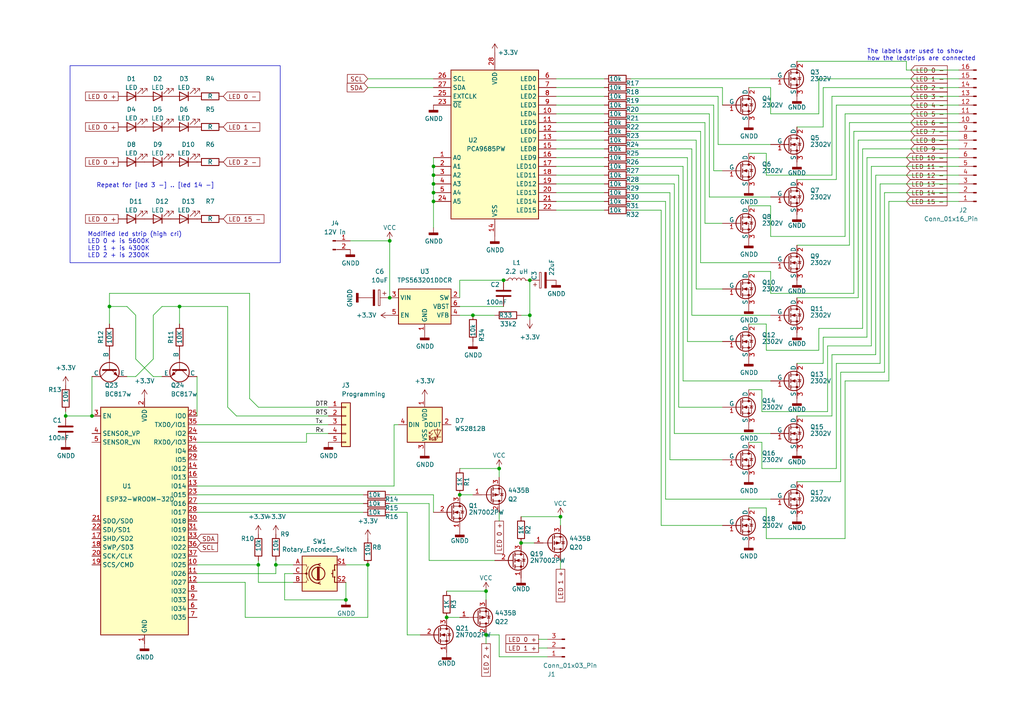
<source format=kicad_sch>
(kicad_sch (version 20230121) (generator eeschema)
  (paper "A4")
  (title_block (rev "2") (comment 4 "PCB version using the wroom board"))
  (junction (at 133.35 143.51))
  (junction (at 162.56 149.86))
  (junction (at 125.73 58.42))
  (junction (at 129.54 179.07))
  (junction (at 52.07 88.9))
  (junction (at 137.16 91.44))
  (junction (at 80.01 163.83))
  (junction (at 113.03 86.36))
  (junction (at 100.33 173.99))
  (junction (at 125.73 48.26))
  (junction (at 144.78 135.89))
  (junction (at 31.75 88.9))
  (junction (at 140.97 171.45))
  (junction (at 74.93 163.83))
  (junction (at 113.03 69.85))
  (junction (at 125.73 50.8))
  (junction (at 146.05 81.28))
  (junction (at 26.67 120.65))
  (junction (at 125.73 55.88))
  (junction (at 125.73 53.34))
  (junction (at 140.97 184.15))
  (junction (at 19.05 120.65))
  (junction (at 151.13 157.48))
  (junction (at 153.67 91.44))
  (junction (at 106.68 163.83))
  (junction (at 153.67 81.28))
  (wire (pts (xy 72.39 85.09) (xy 72.39 115.57)))
  (wire (pts (xy 255.27 53.34) (xy 278.13 53.34)))
  (wire (pts (xy 217.17 44.45) (xy 222.25 44.45)))
  (wire (pts (xy 125.73 53.34) (xy 125.73 55.88)))
  (wire (pts (xy 200.66 91.44) (xy 223.52 91.44)))
  (wire (pts (xy 220.98 128.27) (xy 220.98 135.89)))
  (wire (pts (xy 217.17 59.69) (xy 223.52 59.69)))
  (wire (pts (xy 237.49 101.6) (xy 237.49 95.25)))
  (wire (pts (xy 52.07 93.98) (xy 52.07 88.9)))
  (wire (pts (xy 247.65 38.1) (xy 278.13 38.1)))
  (wire (pts (xy 57.15 143.51) (xy 105.41 143.51)))
  (wire (pts (xy 194.31 55.88) (xy 194.31 133.35)))
  (wire (pts (xy 262.89 20.32) (xy 278.13 20.32)))
  (wire (pts (xy 133.35 91.44) (xy 137.16 91.44)))
  (wire (pts (xy 198.12 48.26) (xy 198.12 110.49)))
  (wire (pts (xy 113.03 148.59) (xy 118.11 148.59)))
  (wire (pts (xy 205.74 33.02) (xy 205.74 57.15)))
  (wire (pts (xy 156.21 187.96) (xy 158.75 187.96)))
  (wire (pts (xy 182.88 25.4) (xy 209.55 25.4)))
  (wire (pts (xy 238.76 105.41) (xy 238.76 97.79)))
  (wire (pts (xy 161.29 38.1) (xy 175.26 38.1)))
  (wire (pts (xy 100.33 163.83) (xy 106.68 163.83)))
  (wire (pts (xy 182.88 45.72) (xy 199.39 45.72)))
  (wire (pts (xy 257.81 58.42) (xy 257.81 110.49)))
  (wire (pts (xy 154.94 157.48) (xy 151.13 157.48)))
  (wire (pts (xy 161.29 53.34) (xy 175.26 53.34)))
  (wire (pts (xy 74.93 163.83) (xy 74.93 168.91)))
  (wire (pts (xy 245.11 110.49) (xy 257.81 110.49)))
  (wire (pts (xy 80.01 162.56) (xy 80.01 163.83)))
  (wire (pts (xy 144.78 148.59) (xy 144.78 151.13)))
  (wire (pts (xy 113.03 69.85) (xy 113.03 86.36)))
  (wire (pts (xy 222.25 156.21) (xy 245.11 156.21)))
  (wire (pts (xy 161.29 55.88) (xy 175.26 55.88)))
  (wire (pts (xy 182.88 22.86) (xy 223.52 22.86)))
  (wire (pts (xy 217.17 93.98) (xy 222.25 93.98)))
  (wire (pts (xy 231.14 71.12) (xy 246.38 71.12)))
  (wire (pts (xy 254 50.8) (xy 278.13 50.8)))
  (wire (pts (xy 162.56 152.4) (xy 162.56 149.86)))
  (wire (pts (xy 133.35 88.9) (xy 146.05 88.9)))
  (wire (pts (xy 199.39 45.72) (xy 199.39 99.06)))
  (wire (pts (xy 161.29 35.56) (xy 175.26 35.56)))
  (wire (pts (xy 182.88 58.42) (xy 193.04 58.42)))
  (wire (pts (xy 207.01 30.48) (xy 207.01 49.53)))
  (wire (pts (xy 114.3 123.19) (xy 114.3 140.97)))
  (wire (pts (xy 137.16 91.44) (xy 143.51 91.44)))
  (wire (pts (xy 44.45 91.44) (xy 44.45 104.14)))
  (wire (pts (xy 256.54 55.88) (xy 278.13 55.88)))
  (wire (pts (xy 161.29 25.4) (xy 175.26 25.4)))
  (wire (pts (xy 82.55 166.37) (xy 82.55 173.99)))
  (wire (pts (xy 223.52 85.09) (xy 247.65 85.09)))
  (wire (pts (xy 242.57 52.07) (xy 242.57 30.48)))
  (wire (pts (xy 196.85 118.11) (xy 209.55 118.11)))
  (wire (pts (xy 220.98 135.89) (xy 242.57 135.89)))
  (wire (pts (xy 248.92 40.64) (xy 278.13 40.64)))
  (wire (pts (xy 241.3 50.8) (xy 241.3 27.94)))
  (wire (pts (xy 52.07 88.9) (xy 66.04 88.9)))
  (wire (pts (xy 220.98 119.38) (xy 240.03 119.38)))
  (wire (pts (xy 66.04 88.9) (xy 66.04 118.11)))
  (wire (pts (xy 193.04 144.78) (xy 223.52 144.78)))
  (wire (pts (xy 222.25 44.45) (xy 222.25 50.8)))
  (wire (pts (xy 238.76 97.79) (xy 251.46 97.79)))
  (wire (pts (xy 26.67 109.22) (xy 26.67 120.65)))
  (wire (pts (xy 71.12 179.07) (xy 106.68 179.07)))
  (wire (pts (xy 182.88 43.18) (xy 200.66 43.18)))
  (wire (pts (xy 191.77 152.4) (xy 209.55 152.4)))
  (wire (pts (xy 114.3 140.97) (xy 57.15 140.97)))
  (wire (pts (xy 156.21 185.42) (xy 158.75 185.42)))
  (wire (pts (xy 204.47 35.56) (xy 204.47 64.77)))
  (wire (pts (xy 161.29 45.72) (xy 175.26 45.72)))
  (wire (pts (xy 106.68 22.86) (xy 125.73 22.86)))
  (wire (pts (xy 223.52 33.02) (xy 237.49 33.02)))
  (wire (pts (xy 100.33 168.91) (xy 100.33 173.99)))
  (wire (pts (xy 262.89 20.32) (xy 262.89 17.78)))
  (wire (pts (xy 140.97 173.99) (xy 140.97 171.45)))
  (wire (pts (xy 217.17 128.27) (xy 220.98 128.27)))
  (wire (pts (xy 252.73 48.26) (xy 278.13 48.26)))
  (wire (pts (xy 101.6 69.85) (xy 113.03 69.85)))
  (wire (pts (xy 238.76 25.4) (xy 278.13 25.4)))
  (wire (pts (xy 241.3 102.87) (xy 254 102.87)))
  (wire (pts (xy 217.17 113.03) (xy 220.98 113.03)))
  (wire (pts (xy 191.77 60.96) (xy 191.77 152.4)))
  (wire (pts (xy 144.78 190.5) (xy 158.75 190.5)))
  (wire (pts (xy 220.98 113.03) (xy 220.98 119.38)))
  (wire (pts (xy 36.83 109.22) (xy 39.37 109.22)))
  (wire (pts (xy 57.15 146.05) (xy 105.41 146.05)))
  (wire (pts (xy 203.2 76.2) (xy 223.52 76.2)))
  (wire (pts (xy 182.88 50.8) (xy 196.85 50.8)))
  (wire (pts (xy 231.14 105.41) (xy 238.76 105.41)))
  (wire (pts (xy 129.54 171.45) (xy 140.97 171.45)))
  (wire (pts (xy 106.68 25.4) (xy 125.73 25.4)))
  (wire (pts (xy 133.35 179.07) (xy 129.54 179.07)))
  (wire (pts (xy 125.73 45.72) (xy 125.73 48.26)))
  (wire (pts (xy 57.15 109.22) (xy 57.15 120.65)))
  (wire (pts (xy 71.12 168.91) (xy 71.12 179.07)))
  (wire (pts (xy 237.49 95.25) (xy 250.19 95.25)))
  (wire (pts (xy 209.55 25.4) (xy 209.55 30.48)))
  (wire (pts (xy 208.28 27.94) (xy 208.28 41.91)))
  (wire (pts (xy 39.37 91.44) (xy 36.83 88.9)))
  (wire (pts (xy 241.3 120.65) (xy 241.3 102.87)))
  (wire (pts (xy 194.31 133.35) (xy 209.55 133.35)))
  (wire (pts (xy 140.97 184.15) (xy 144.78 184.15)))
  (wire (pts (xy 222.25 93.98) (xy 222.25 101.6)))
  (wire (pts (xy 201.93 83.82) (xy 209.55 83.82)))
  (wire (pts (xy 223.52 25.4) (xy 223.52 33.02)))
  (wire (pts (xy 255.27 53.34) (xy 255.27 105.41)))
  (wire (pts (xy 44.45 91.44) (xy 46.99 88.9)))
  (wire (pts (xy 205.74 57.15) (xy 223.52 57.15)))
  (wire (pts (xy 118.11 148.59) (xy 118.11 184.15)))
  (wire (pts (xy 251.46 45.72) (xy 278.13 45.72)))
  (wire (pts (xy 161.29 48.26) (xy 175.26 48.26)))
  (wire (pts (xy 182.88 53.34) (xy 195.58 53.34)))
  (wire (pts (xy 182.88 55.88) (xy 194.31 55.88)))
  (wire (pts (xy 31.75 85.09) (xy 72.39 85.09)))
  (wire (pts (xy 72.39 115.57) (xy 74.93 118.11)))
  (wire (pts (xy 161.29 27.94) (xy 175.26 27.94)))
  (wire (pts (xy 66.04 118.11) (xy 68.58 120.65)))
  (wire (pts (xy 250.19 43.18) (xy 250.19 95.25)))
  (wire (pts (xy 118.11 184.15) (xy 121.92 184.15)))
  (wire (pts (xy 161.29 40.64) (xy 175.26 40.64)))
  (wire (pts (xy 106.68 179.07) (xy 106.68 163.83)))
  (wire (pts (xy 162.56 162.56) (xy 162.56 165.1)))
  (wire (pts (xy 254 50.8) (xy 254 102.87)))
  (wire (pts (xy 74.93 162.56) (xy 74.93 163.83)))
  (wire (pts (xy 257.81 58.42) (xy 278.13 58.42)))
  (wire (pts (xy 151.13 91.44) (xy 153.67 91.44)))
  (wire (pts (xy 231.14 36.83) (xy 238.76 36.83)))
  (wire (pts (xy 31.75 93.98) (xy 31.75 88.9)))
  (wire (pts (xy 182.88 48.26) (xy 198.12 48.26)))
  (wire (pts (xy 251.46 45.72) (xy 251.46 97.79)))
  (wire (pts (xy 19.05 119.38) (xy 19.05 120.65)))
  (wire (pts (xy 161.29 58.42) (xy 175.26 58.42)))
  (wire (pts (xy 182.88 38.1) (xy 203.2 38.1)))
  (wire (pts (xy 200.66 43.18) (xy 200.66 91.44)))
  (wire (pts (xy 19.05 120.65) (xy 26.67 120.65)))
  (wire (pts (xy 246.38 35.56) (xy 278.13 35.56)))
  (wire (pts (xy 125.73 143.51) (xy 125.73 148.59)))
  (wire (pts (xy 153.67 81.28) (xy 153.67 91.44)))
  (wire (pts (xy 137.16 143.51) (xy 133.35 143.51)))
  (wire (pts (xy 125.73 48.26) (xy 125.73 50.8)))
  (wire (pts (xy 125.73 50.8) (xy 125.73 53.34)))
  (wire (pts (xy 247.65 85.09) (xy 247.65 38.1)))
  (wire (pts (xy 217.17 25.4) (xy 223.52 25.4)))
  (wire (pts (xy 240.03 119.38) (xy 240.03 100.33)))
  (wire (pts (xy 57.15 123.19) (xy 95.25 123.19)))
  (wire (pts (xy 231.14 52.07) (xy 242.57 52.07)))
  (wire (pts (xy 80.01 166.37) (xy 80.01 163.83)))
  (wire (pts (xy 201.93 40.64) (xy 201.93 83.82)))
  (wire (pts (xy 195.58 53.34) (xy 195.58 125.73)))
  (wire (pts (xy 57.15 128.27) (xy 88.9 128.27)))
  (wire (pts (xy 204.47 64.77) (xy 209.55 64.77)))
  (wire (pts (xy 231.14 120.65) (xy 241.3 120.65)))
  (wire (pts (xy 193.04 58.42) (xy 193.04 144.78)))
  (wire (pts (xy 196.85 50.8) (xy 196.85 118.11)))
  (wire (pts (xy 240.03 100.33) (xy 252.73 100.33)))
  (wire (pts (xy 85.09 166.37) (xy 82.55 166.37)))
  (wire (pts (xy 144.78 184.15) (xy 144.78 190.5)))
  (wire (pts (xy 140.97 184.15) (xy 140.97 186.69)))
  (wire (pts (xy 151.13 149.86) (xy 162.56 149.86)))
  (wire (pts (xy 242.57 135.89) (xy 242.57 105.41)))
  (wire (pts (xy 182.88 35.56) (xy 204.47 35.56)))
  (wire (pts (xy 124.46 146.05) (xy 124.46 162.56)))
  (wire (pts (xy 245.11 156.21) (xy 245.11 110.49)))
  (wire (pts (xy 46.99 88.9) (xy 52.07 88.9)))
  (wire (pts (xy 182.88 30.48) (xy 207.01 30.48)))
  (wire (pts (xy 217.17 147.32) (xy 222.25 147.32)))
  (wire (pts (xy 161.29 30.48) (xy 175.26 30.48)))
  (wire (pts (xy 114.3 123.19) (xy 115.57 123.19)))
  (wire (pts (xy 256.54 55.88) (xy 256.54 107.95)))
  (wire (pts (xy 245.11 68.58) (xy 245.11 33.02)))
  (wire (pts (xy 125.73 58.42) (xy 125.73 66.04)))
  (wire (pts (xy 248.92 86.36) (xy 231.14 86.36)))
  (wire (pts (xy 161.29 50.8) (xy 175.26 50.8)))
  (wire (pts (xy 222.25 147.32) (xy 222.25 156.21)))
  (wire (pts (xy 113.03 143.51) (xy 125.73 143.51)))
  (wire (pts (xy 223.52 68.58) (xy 245.11 68.58)))
  (wire (pts (xy 238.76 36.83) (xy 238.76 25.4)))
  (wire (pts (xy 262.89 17.78) (xy 231.14 17.78)))
  (wire (pts (xy 217.17 78.74) (xy 223.52 78.74)))
  (wire (pts (xy 208.28 41.91) (xy 223.52 41.91)))
  (wire (pts (xy 153.67 92.71) (xy 153.67 91.44)))
  (wire (pts (xy 113.03 146.05) (xy 124.46 146.05)))
  (wire (pts (xy 133.35 81.28) (xy 146.05 81.28)))
  (wire (pts (xy 246.38 71.12) (xy 246.38 35.56)))
  (wire (pts (xy 57.15 148.59) (xy 105.41 148.59)))
  (wire (pts (xy 74.93 118.11) (xy 95.25 118.11)))
  (wire (pts (xy 133.35 135.89) (xy 144.78 135.89)))
  (wire (pts (xy 222.25 101.6) (xy 237.49 101.6)))
  (wire (pts (xy 57.15 166.37) (xy 80.01 166.37)))
  (wire (pts (xy 133.35 86.36) (xy 133.35 81.28)))
  (wire (pts (xy 44.45 109.22) (xy 46.99 109.22)))
  (wire (pts (xy 88.9 128.27) (xy 88.9 125.73)))
  (wire (pts (xy 198.12 110.49) (xy 223.52 110.49)))
  (wire (pts (xy 199.39 99.06) (xy 209.55 99.06)))
  (wire (pts (xy 250.19 43.18) (xy 278.13 43.18)))
  (wire (pts (xy 161.29 60.96) (xy 175.26 60.96)))
  (wire (pts (xy 243.84 139.7) (xy 243.84 107.95)))
  (wire (pts (xy 68.58 120.65) (xy 95.25 120.65)))
  (wire (pts (xy 82.55 173.99) (xy 100.33 173.99)))
  (wire (pts (xy 252.73 48.26) (xy 252.73 100.33)))
  (wire (pts (xy 125.73 55.88) (xy 125.73 58.42)))
  (wire (pts (xy 242.57 30.48) (xy 278.13 30.48)))
  (wire (pts (xy 248.92 40.64) (xy 248.92 86.36)))
  (wire (pts (xy 222.25 50.8) (xy 241.3 50.8)))
  (wire (pts (xy 39.37 91.44) (xy 39.37 104.14)))
  (wire (pts (xy 80.01 163.83) (xy 85.09 163.83)))
  (wire (pts (xy 182.88 27.94) (xy 208.28 27.94)))
  (wire (pts (xy 182.88 33.02) (xy 205.74 33.02)))
  (wire (pts (xy 44.45 109.22) (xy 39.37 104.14)))
  (wire (pts (xy 161.29 22.86) (xy 175.26 22.86)))
  (wire (pts (xy 161.29 43.18) (xy 175.26 43.18)))
  (wire (pts (xy 57.15 163.83) (xy 74.93 163.83)))
  (wire (pts (xy 245.11 33.02) (xy 278.13 33.02)))
  (wire (pts (xy 182.88 60.96) (xy 191.77 60.96)))
  (wire (pts (xy 39.37 109.22) (xy 44.45 104.14)))
  (wire (pts (xy 57.15 168.91) (xy 71.12 168.91)))
  (wire (pts (xy 237.49 33.02) (xy 237.49 22.86)))
  (wire (pts (xy 74.93 168.91) (xy 85.09 168.91)))
  (wire (pts (xy 223.52 78.74) (xy 223.52 85.09)))
  (wire (pts (xy 88.9 125.73) (xy 95.25 125.73)))
  (wire (pts (xy 237.49 22.86) (xy 278.13 22.86)))
  (wire (pts (xy 195.58 125.73) (xy 223.52 125.73)))
  (wire (pts (xy 161.29 33.02) (xy 175.26 33.02)))
  (wire (pts (xy 207.01 49.53) (xy 209.55 49.53)))
  (wire (pts (xy 242.57 105.41) (xy 255.27 105.41)))
  (wire (pts (xy 231.14 139.7) (xy 243.84 139.7)))
  (wire (pts (xy 124.46 162.56) (xy 143.51 162.56)))
  (wire (pts (xy 182.88 40.64) (xy 201.93 40.64)))
  (wire (pts (xy 31.75 88.9) (xy 31.75 85.09)))
  (wire (pts (xy 241.3 27.94) (xy 278.13 27.94)))
  (wire (pts (xy 144.78 138.43) (xy 144.78 135.89)))
  (wire (pts (xy 203.2 38.1) (xy 203.2 76.2)))
  (wire (pts (xy 243.84 107.95) (xy 256.54 107.95)))
  (wire (pts (xy 31.75 88.9) (xy 36.83 88.9)))
  (wire (pts (xy 223.52 59.69) (xy 223.52 68.58)))
  (rectangle (start 20.32 19.05) (end 81.28 76.2))
  (text "Repeat for [led 3 -] .. [led 14 -]" (at 27.94 54.61 0) (effects (font (size 1.27 1.27)) (justify left bottom)))
  (text "Modified led strip (high cri)\nLED 0 + is 5600K\nLED 1 + is 4300K\nLED 2 + is 2300K" (at 25.4 74.93 0) (effects (font (size 1.27 1.27)) (justify left bottom)))
  (text "The labels are used to show\nhow the ledstrips are connected" (at 251.46 17.78 0) (effects (font (size 1.27 1.27)) (justify left bottom)))
  (label "RTS" (at 91.44 120.65 0))
  (label "DTR" (at 91.44 118.11 0))
  (label "Rx" (at 91.44 125.73 0))
  (label "Tx" (at 91.44 123.19 0))
  (global_label "LED 2 -" (shape input) (at 64.77 46.99 0) (property "Intersheetrefs" "${INTERSHEET_REFS}" (effects hide)))
  (global_label "LED 0 -" (shape input) (at 264.16 20.32 0) (property "Intersheetrefs" "${INTERSHEET_REFS}" (effects hide)))
  (global_label "LED 6 -" (shape input) (at 264.16 35.56 0) (property "Intersheetrefs" "${INTERSHEET_REFS}" (effects hide)))
  (global_label "LED 0 +" (shape passive) (at 156.21 185.42 180) (property "Intersheetrefs" "${INTERSHEET_REFS}" (effects hide)))
  (global_label "LED 2 +" (shape passive) (at 140.97 186.69 270) (property "Intersheetrefs" "${INTERSHEET_REFS}" (effects hide)))
  (global_label "LED 11 -" (shape input) (at 262.89 48.26 0) (property "Intersheetrefs" "${INTERSHEET_REFS}" (effects hide)))
  (global_label "LED 14 -" (shape input) (at 262.89 55.88 0) (property "Intersheetrefs" "${INTERSHEET_REFS}" (effects hide)))
  (global_label "LED 12 -" (shape input) (at 262.89 50.8 0) (property "Intersheetrefs" "${INTERSHEET_REFS}" (effects hide)))
  (global_label "LED 0 +" (shape passive) (at 34.29 63.5 180) (property "Intersheetrefs" "${INTERSHEET_REFS}" (effects hide)))
  (global_label "LED 1 -" (shape input) (at 64.77 36.83 0) (property "Intersheetrefs" "${INTERSHEET_REFS}" (effects hide)))
  (global_label "LED 15 -" (shape input) (at 262.89 58.42 0) (property "Intersheetrefs" "${INTERSHEET_REFS}" (effects hide)))
  (global_label "LED 5 -" (shape input) (at 264.16 33.02 0) (property "Intersheetrefs" "${INTERSHEET_REFS}" (effects hide)))
  (global_label "SCL" (shape input) (at 106.68 22.86 180) (property "Intersheetrefs" "${INTERSHEET_REFS}" (effects hide)))
  (global_label "SCL" (shape input) (at 57.15 158.75 0) (property "Intersheetrefs" "${INTERSHEET_REFS}" (effects hide)))
  (global_label "LED 8 -" (shape input) (at 264.16 40.64 0) (property "Intersheetrefs" "${INTERSHEET_REFS}" (effects hide)))
  (global_label "LED 3 -" (shape input) (at 264.16 27.94 0) (property "Intersheetrefs" "${INTERSHEET_REFS}" (effects hide)))
  (global_label "SDA" (shape input) (at 57.15 156.21 0) (property "Intersheetrefs" "${INTERSHEET_REFS}" (effects hide)))
  (global_label "LED 15 -" (shape input) (at 64.77 63.5 0) (property "Intersheetrefs" "${INTERSHEET_REFS}" (effects hide)))
  (global_label "LED 0 +" (shape passive) (at 144.78 151.13 270) (property "Intersheetrefs" "${INTERSHEET_REFS}" (effects hide)))
  (global_label "LED 13 -" (shape input) (at 262.89 53.34 0) (property "Intersheetrefs" "${INTERSHEET_REFS}" (effects hide)))
  (global_label "LED 0 +" (shape passive) (at 34.29 27.94 180) (property "Intersheetrefs" "${INTERSHEET_REFS}" (effects hide)))
  (global_label "LED 0 -" (shape input) (at 64.77 27.94 0) (property "Intersheetrefs" "${INTERSHEET_REFS}" (effects hide)))
  (global_label "LED 7 -" (shape input) (at 264.16 38.1 0) (property "Intersheetrefs" "${INTERSHEET_REFS}" (effects hide)))
  (global_label "LED 1 -" (shape input) (at 264.16 22.86 0) (property "Intersheetrefs" "${INTERSHEET_REFS}" (effects hide)))
  (global_label "LED 0 +" (shape passive) (at 34.29 36.83 180) (property "Intersheetrefs" "${INTERSHEET_REFS}" (effects hide)))
  (global_label "LED 0 +" (shape passive) (at 34.29 46.99 180) (property "Intersheetrefs" "${INTERSHEET_REFS}" (effects hide)))
  (global_label "LED 9 -" (shape input) (at 264.16 43.18 0) (property "Intersheetrefs" "${INTERSHEET_REFS}" (effects hide)))
  (global_label "SDA" (shape input) (at 106.68 25.4 180) (property "Intersheetrefs" "${INTERSHEET_REFS}" (effects hide)))
  (global_label "LED 10 -" (shape input) (at 262.89 45.72 0) (property "Intersheetrefs" "${INTERSHEET_REFS}" (effects hide)))
  (global_label "LED 2 -" (shape input) (at 264.16 25.4 0) (property "Intersheetrefs" "${INTERSHEET_REFS}" (effects hide)))
  (global_label "LED 4 -" (shape input) (at 264.16 30.48 0) (property "Intersheetrefs" "${INTERSHEET_REFS}" (effects hide)))
  (global_label "LED 1 +" (shape passive) (at 156.21 187.96 180) (property "Intersheetrefs" "${INTERSHEET_REFS}" (effects hide)))
  (global_label "LED 1 +" (shape passive) (at 162.56 165.1 270) (property "Intersheetrefs" "${INTERSHEET_REFS}" (effects hide)))
  (symbol (lib_id "Device:Q_PMOS_GDS") (at 142.24 143.51 0) (mirror x) (unit 1)
    (property "Reference" "Q2" (at 147.32 144.78 0) (effects (justify left)))
    (property "Value" "4435B" (at 147.32 142.24 0) (effects (justify left)))
    (property "Footprint" "Package_SO:SOP-8_3.9x4.9mm_P1.27mm" (effects hide))
    (property "Datasheet" "https://datasheet.lcsc.com/lcsc/2306211455_HL-4435B_C7431441.pdf" (effects hide))
    (property "Note" "https://www.lcsc.com/product-detail/MOSFETs_HL-4435B_C7431441.html" (effects hide))
    (property "LCSC" "C7431441" (effects hide))
  )
  (symbol (lib_id "transistors:2N7000") (at 130.81 148.59 0) (unit 1)
    (property "Reference" "Q1" (at 135.89 146.685 0) (effects (justify left)))
    (property "Value" "2N7002PW" (at 135.89 148.59 0) (effects (justify left)))
    (property "Footprint" "TO_SOT_Packages_SMD:SOT-23" (effects hide))
    (property "Datasheet" "https://datasheet.lcsc.com/lcsc/2306211603_MSKSEMI-2N7002PW_C7379955.pdf" (effects hide))
    (property "LCSC" "C7379955" (effects hide))
  )
  (symbol (lib_id "Device:R") (at 133.35 139.7 0) (unit 1)
    (property "Reference" "R1" (at 135.382 139.7 90))
    (property "Value" "1K" (at 133.35 139.7 90))
  )
  (symbol (lib_id "power:GNDD") (at 133.35 153.67 0) (unit 1)
    (property "Reference" "#PWR01" (effects hide))
    (property "Value" "GNDD" (at 133.35 156.845 0))
  )
  (symbol (lib_id "power:VCC") (at 144.78 135.89 0) (unit 1)
    (property "Reference" "#PWR02" (effects hide))
    (property "Value" "VCC" (at 144.78 132.08 0))
  )
  (symbol (lib_id "transistors:IRF540N") (at 228.6 22.86 0) (unit 1)
    (property "Reference" "Q3" (at 234.95 20.955 0) (effects (justify left)))
    (property "Value" "2302V" (at 234.95 22.86 0) (effects (justify left)))
    (property "Footprint" "Package_TO_SOT_SMD:SOT-23" (effects hide))
    (property "Datasheet" "https://datasheet.lcsc.com/lcsc/2306211455_HL-2302V_C7431443.pdf" (effects hide))
    (property "LCSC" "C7431443" (effects hide))
  )
  (symbol (lib_id "power:GNDD") (at 231.14 27.94 0) (unit 1)
    (property "Reference" "#PWR03" (effects hide))
    (property "Value" "GNDD" (at 231.14 31.115 0))
  )
  (symbol (lib_id "Driver_LED:PCA9685PW") (at 143.51 40.64 0) (unit 1)
    (property "Reference" "U2" (at 137.16 40.64 0))
    (property "Value" "PCA9685PW" (at 140.97 43.18 0))
    (property "Footprint" "Housings_SSOP:TSSOP-28_4.4x9.7mm_Pitch0.65mm" (effects hide))
    (property "Datasheet" "http://www.nxp.com/documents/data_sheet/PCA9685.pdf" (effects hide))
    (property "LCSC" "C92206" (effects hide))
  )
  (symbol (lib_id "LED:WS2812B") (at 123.19 123.19 0) (unit 1)
    (property "Reference" "D7" (at 131.9276 122.0216 0) (effects (justify left)))
    (property "Value" "WS2812B" (at 131.9276 124.333 0) (effects (justify left)))
    (property "Footprint" "LED_SMD:LED_WS2812B_PLCC4_5.0x5.0mm_P3.2mm" (effects hide))
    (property "Datasheet" "https://cdn-shop.adafruit.com/datasheets/WS2812B.pdf" (effects hide))
  )
  (symbol (lib_id "Device:Rotary_Encoder_Switch") (at 92.71 166.37 0) (unit 1)
    (property "Reference" "SW1" (at 92.71 157.0482 0))
    (property "Value" "Rotary_Encoder_Switch" (at 92.71 159.3596 0))
    (property "Footprint" "Rotary_Encoder:RotaryEncoder_Alps_EC11E-Switch_Vertical_H20mm" (effects hide))
  )
  (symbol (lib_id "RF_Module:ESP32-WROOM-32D") (at 41.91 151.13 0) (unit 1)
    (property "Reference" "U1" (at 36.83 140.97 0))
    (property "Value" "ESP32-WROOM-32D" (at 40.64 144.78 0))
    (property "Footprint" "RF_Module:ESP32-WROOM-32D" (effects hide))
    (property "Datasheet" "https://www.espressif.com/sites/default/files/documentation/esp32-wroom-32d_esp32-wroom-32u_datasheet_en.pdf" (effects hide))
    (property "LCSC" "C473012" (effects hide))
  )
  (symbol (lib_id "power:GNDD") (at 217.17 35.56 0) (unit 1)
    (property "Reference" "#PWR0101" (effects hide))
    (property "Value" "GNDD" (at 217.2716 39.497 0))
  )
  (symbol (lib_id "power:GNDD") (at 217.17 54.61 0) (unit 1)
    (property "Reference" "#PWR0102" (effects hide))
    (property "Value" "GNDD" (at 217.2716 58.547 0))
  )
  (symbol (lib_id "power:GNDD") (at 231.14 46.99 0) (unit 1)
    (property "Reference" "#PWR0103" (effects hide))
    (property "Value" "GNDD" (at 231.14 50.165 0))
  )
  (symbol (lib_id "power:GNDD") (at 231.14 62.23 0) (unit 1)
    (property "Reference" "#PWR0104" (effects hide))
    (property "Value" "GNDD" (at 231.14 65.405 0))
  )
  (symbol (lib_id "power:GNDD") (at 217.17 69.85 0) (unit 1)
    (property "Reference" "#PWR0105" (effects hide))
    (property "Value" "GNDD" (at 217.2716 73.787 0))
  )
  (symbol (lib_id "power:GNDD") (at 217.17 88.9 0) (unit 1)
    (property "Reference" "#PWR0106" (effects hide))
    (property "Value" "GNDD" (at 217.2716 92.837 0))
  )
  (symbol (lib_id "power:GNDD") (at 231.14 81.28 0) (unit 1)
    (property "Reference" "#PWR0107" (effects hide))
    (property "Value" "GNDD" (at 231.14 84.455 0))
  )
  (symbol (lib_id "power:GNDD") (at 231.14 96.52 0) (unit 1)
    (property "Reference" "#PWR0108" (effects hide))
    (property "Value" "GNDD" (at 231.14 99.695 0))
  )
  (symbol (lib_id "power:GNDD") (at 217.17 104.14 0) (unit 1)
    (property "Reference" "#PWR0109" (effects hide))
    (property "Value" "GNDD" (at 217.2716 108.077 0))
  )
  (symbol (lib_id "power:GNDD") (at 217.17 123.19 0) (unit 1)
    (property "Reference" "#PWR0110" (effects hide))
    (property "Value" "GNDD" (at 217.2716 127.127 0))
  )
  (symbol (lib_id "power:GNDD") (at 231.14 115.57 0) (unit 1)
    (property "Reference" "#PWR0111" (effects hide))
    (property "Value" "GNDD" (at 231.14 118.745 0))
  )
  (symbol (lib_id "power:GNDD") (at 231.14 130.81 0) (unit 1)
    (property "Reference" "#PWR0112" (effects hide))
    (property "Value" "GNDD" (at 231.14 133.985 0))
  )
  (symbol (lib_id "power:GNDD") (at 217.17 138.43 0) (unit 1)
    (property "Reference" "#PWR0113" (effects hide))
    (property "Value" "GNDD" (at 217.2716 142.367 0))
  )
  (symbol (lib_id "power:GNDD") (at 217.17 157.48 0) (unit 1)
    (property "Reference" "#PWR0114" (effects hide))
    (property "Value" "GNDD" (at 217.17 161.29 0))
  )
  (symbol (lib_id "power:GNDD") (at 231.14 149.86 0) (unit 1)
    (property "Reference" "#PWR0115" (effects hide))
    (property "Value" "GNDD" (at 231.14 153.035 0))
  )
  (symbol (lib_id "power:VCC") (at 113.03 69.85 0) (unit 1)
    (property "Reference" "#PWR030" (effects hide))
    (property "Value" "VCC" (at 113.03 66.04 0))
  )
  (symbol (lib_id "transistors:IRF540N") (at 214.63 133.35 0) (unit 1)
    (property "Reference" "Q16" (at 220.98 131.445 0) (effects (justify left)))
    (property "Value" "2302V" (at 220.98 133.35 0) (effects (justify left)))
    (property "Footprint" "Package_TO_SOT_SMD:SOT-23" (effects hide))
    (property "Datasheet" "https://datasheet.lcsc.com/lcsc/2306211455_HL-2302V_C7431443.pdf" (effects hide))
    (property "LCSC" "C7431443" (effects hide))
  )
  (symbol (lib_id "power:GNDD") (at 105.41 86.36 270) (unit 1)
    (property "Reference" "#PWR028" (effects hide))
    (property "Value" "GNDD" (at 101.473 86.4616 0))
  )
  (symbol (lib_id "Device:R") (at 74.93 158.75 0) (unit 1)
    (property "Reference" "R10" (at 69.85 156.21 0) (effects (justify left)))
    (property "Value" "10k" (at 74.93 160.02 90) (effects (justify left)))
    (property "Footprint" "Resistor_SMD:R_0805_2012Metric_Pad1.20x1.40mm_HandSolder" (effects hide))
    (property "LCSC" "C3016734" (effects hide))
  )
  (symbol (lib_id "Device:LED") (at 45.72 46.99 180) (unit 1) (on_board no)
    (property "Reference" "D9" (at 45.72 41.91 0))
    (property "Value" "LED" (at 45.72 44.45 0))
  )
  (symbol (lib_id "power:VCC") (at 162.56 149.86 0) (unit 1)
    (property "Reference" "#PWR05" (effects hide))
    (property "Value" "VCC" (at 162.56 146.05 0))
  )
  (symbol (lib_id "power:GNDD") (at 137.16 99.06 0) (unit 1)
    (property "Reference" "#PWR025" (effects hide))
    (property "Value" "GNDD" (at 137.2616 102.997 0))
  )
  (symbol (lib_id "transistors:IRF540N") (at 228.6 125.73 0) (unit 1)
    (property "Reference" "Q15" (at 234.95 123.825 0) (effects (justify left)))
    (property "Value" "2302V" (at 234.95 125.73 0) (effects (justify left)))
    (property "Footprint" "Package_TO_SOT_SMD:SOT-23" (effects hide))
    (property "Datasheet" "https://datasheet.lcsc.com/lcsc/2306211455_HL-2302V_C7431443.pdf" (effects hide))
    (property "LCSC" "C7431443" (effects hide))
  )
  (symbol (lib_id "transistors:IRF540N") (at 214.63 152.4 0) (unit 1)
    (property "Reference" "Q18" (at 220.98 150.495 0) (effects (justify left)))
    (property "Value" "2302V" (at 220.98 152.4 0) (effects (justify left)))
    (property "Footprint" "Package_TO_SOT_SMD:SOT-23" (effects hide))
    (property "Datasheet" "https://datasheet.lcsc.com/lcsc/2306211455_HL-2302V_C7431443.pdf" (effects hide))
    (property "LCSC" "C7431443" (effects hide))
  )
  (symbol (lib_id "Device:R") (at 179.07 22.86 90) (unit 1)
    (property "Reference" "R17" (at 185.42 24.13 90) (effects (justify left)))
    (property "Value" "10k" (at 180.34 22.86 90) (effects (justify left)))
    (property "Footprint" "Resistor_SMD:R_0805_2012Metric_Pad1.20x1.40mm_HandSolder" (effects hide))
    (property "LCSC" "C3016734" (effects hide))
  )
  (symbol (lib_id "Device:R") (at 179.07 25.4 90) (unit 1)
    (property "Reference" "R18" (at 185.42 26.67 90) (effects (justify left)))
    (property "Value" "10k" (at 180.34 25.4 90) (effects (justify left)))
    (property "Footprint" "Resistor_SMD:R_0805_2012Metric_Pad1.20x1.40mm_HandSolder" (effects hide))
    (property "LCSC" "C3016734" (effects hide))
  )
  (symbol (lib_id "power:GNDD") (at 101.6 72.39 0) (unit 1)
    (property "Reference" "#PWR029" (effects hide))
    (property "Value" "GNDD" (at 101.7016 76.327 0))
  )
  (symbol (lib_id "Device:R") (at 179.07 27.94 90) (unit 1)
    (property "Reference" "R19" (at 185.42 29.21 90) (effects (justify left)))
    (property "Value" "10k" (at 180.34 27.94 90) (effects (justify left)))
    (property "Footprint" "Resistor_SMD:R_0805_2012Metric_Pad1.20x1.40mm_HandSolder" (effects hide))
    (property "LCSC" "C3016734" (effects hide))
  )
  (symbol (lib_id "power:GNDD") (at 19.05 128.27 0) (unit 1)
    (property "Reference" "#PWR012" (effects hide))
    (property "Value" "GNDD" (at 19.1516 132.207 0))
  )
  (symbol (lib_id "Device:LED") (at 53.34 36.83 180) (unit 1) (on_board no)
    (property "Reference" "D6" (at 53.34 31.75 0))
    (property "Value" "LED" (at 53.34 34.29 0))
  )
  (symbol (lib_id "power:GNDD") (at 143.51 68.58 0) (unit 1)
    (property "Reference" "#PWR013" (effects hide))
    (property "Value" "GNDD" (at 143.6116 72.517 0))
  )
  (symbol (lib_id "transistors:IRF540N") (at 228.6 41.91 0) (unit 1)
    (property "Reference" "Q5" (at 234.95 40.005 0) (effects (justify left)))
    (property "Value" "2302V" (at 234.95 41.91 0) (effects (justify left)))
    (property "Footprint" "Package_TO_SOT_SMD:SOT-23" (effects hide))
    (property "Datasheet" "https://datasheet.lcsc.com/lcsc/2306211455_HL-2302V_C7431443.pdf" (effects hide))
    (property "LCSC" "C7431443" (effects hide))
  )
  (symbol (lib_id "Device:LED") (at 45.72 27.94 180) (unit 1) (on_board no)
    (property "Reference" "D2" (at 45.72 22.86 0))
    (property "Value" "LED" (at 45.72 25.4 0))
  )
  (symbol (lib_id "Device:R") (at 137.16 95.25 180) (unit 1)
    (property "Reference" "R34" (at 139.7 95.25 90) (effects (justify left)))
    (property "Value" "10k" (at 137.16 93.98 90) (effects (justify left)))
    (property "Footprint" "Resistor_SMD:R_0805_2012Metric_Pad1.20x1.40mm_HandSolder" (effects hide))
    (property "LCSC" "C3016734" (effects hide))
  )
  (symbol (lib_id "power:GNDD") (at 125.73 30.48 0) (unit 1)
    (property "Reference" "#PWR017" (effects hide))
    (property "Value" "GNDD" (at 125.8316 34.417 0))
  )
  (symbol (lib_id "Simulation_SPICE:NPN") (at 31.75 106.68 90) (mirror x) (unit 1)
    (property "Reference" "Q23" (at 34.29 111.76 90) (effects (justify left)))
    (property "Value" "BC817w" (at 38.1 114.3 90) (effects (justify left)))
    (property "Footprint" "Package_TO_SOT_SMD:SOT-323_SC-70" (effects hide))
    (property "Sim.Device" "NPN" (effects hide))
    (property "Sim.Type" "GUMMELPOON" (effects hide))
    (property "Sim.Pins" "1=C 2=B 3=E" (effects hide))
    (property "LCSC" "C148104" (effects hide))
  )
  (symbol (lib_id "Device:R") (at 179.07 35.56 90) (unit 1)
    (property "Reference" "R22" (at 185.42 36.83 90) (effects (justify left)))
    (property "Value" "10k" (at 180.34 35.56 90) (effects (justify left)))
    (property "Footprint" "Resistor_SMD:R_0805_2012Metric_Pad1.20x1.40mm_HandSolder" (effects hide))
    (property "LCSC" "C3016734" (effects hide))
  )
  (symbol (lib_id "Device:R") (at 179.07 55.88 90) (unit 1)
    (property "Reference" "R30" (at 185.42 57.15 90) (effects (justify left)))
    (property "Value" "10k" (at 180.34 55.88 90) (effects (justify left)))
    (property "Footprint" "Resistor_SMD:R_0805_2012Metric_Pad1.20x1.40mm_HandSolder" (effects hide))
    (property "LCSC" "C3016734" (effects hide))
  )
  (symbol (lib_id "Device:R") (at 52.07 97.79 180) (unit 1) (on_board no)
    (property "Reference" "R11" (at 49.53 97.79 90))
    (property "Value" "10K" (at 52.07 97.79 90))
    (property "LCSC" "C3016734" (effects hide))
  )
  (symbol (lib_id "Device:R") (at 179.07 38.1 90) (unit 1)
    (property "Reference" "R23" (at 185.42 39.37 90) (effects (justify left)))
    (property "Value" "10k" (at 180.34 38.1 90) (effects (justify left)))
    (property "Footprint" "Resistor_SMD:R_0805_2012Metric_Pad1.20x1.40mm_HandSolder" (effects hide))
    (property "LCSC" "C3016734" (effects hide))
  )
  (symbol (lib_id "Device:R") (at 60.96 27.94 90) (unit 1) (on_board no)
    (property "Reference" "R4" (at 60.96 22.86 90))
    (property "Value" "R" (at 60.96 27.94 90))
  )
  (symbol (lib_id "power:+3.3V") (at 41.91 115.57 0) (unit 1)
    (property "Reference" "#PWR016" (effects hide))
    (property "Value" "+3.3V" (at 41.91 110.49 0))
  )
  (symbol (lib_id "transistors:IRF540N") (at 214.63 64.77 0) (unit 1)
    (property "Reference" "Q8" (at 220.98 62.865 0) (effects (justify left)))
    (property "Value" "2302V" (at 220.98 64.77 0) (effects (justify left)))
    (property "Footprint" "Package_TO_SOT_SMD:SOT-23" (effects hide))
    (property "Datasheet" "https://datasheet.lcsc.com/lcsc/2306211455_HL-2302V_C7431443.pdf" (effects hide))
    (property "LCSC" "C7431443" (effects hide))
  )
  (symbol (lib_id "power:GNDD") (at 123.19 96.52 0) (unit 1)
    (property "Reference" "#PWR024" (effects hide))
    (property "Value" "GNDD" (at 123.2916 100.457 0))
  )
  (symbol (lib_id "Device:R") (at 179.07 53.34 90) (unit 1)
    (property "Reference" "R29" (at 185.42 54.61 90) (effects (justify left)))
    (property "Value" "10k" (at 180.34 53.34 90) (effects (justify left)))
    (property "Footprint" "Resistor_SMD:R_0805_2012Metric_Pad1.20x1.40mm_HandSolder" (effects hide))
    (property "LCSC" "C3016734" (effects hide))
  )
  (symbol (lib_id "Simulation_SPICE:NPN") (at 52.07 106.68 270) (unit 1)
    (property "Reference" "Q24" (at 49.53 111.76 90) (effects (justify left)))
    (property "Value" "BC817w" (at 49.53 114.3 90) (effects (justify left)))
    (property "Footprint" "Package_TO_SOT_SMD:SOT-323_SC-70" (effects hide))
    (property "Sim.Device" "NPN" (effects hide))
    (property "Sim.Type" "GUMMELPOON" (effects hide))
    (property "Sim.Pins" "1=C 2=B 3=E" (effects hide))
    (property "LCSC" "C148104" (effects hide))
  )
  (symbol (lib_id "power:VCC") (at 140.97 171.45 0) (unit 1)
    (property "Reference" "#PWR07" (effects hide))
    (property "Value" "VCC" (at 140.97 167.64 0))
  )
  (symbol (lib_id "power:+3.3V") (at 113.03 91.44 90) (unit 1)
    (property "Reference" "#PWR014" (effects hide))
    (property "Value" "+3.3V" (at 109.22 91.44 90) (effects (justify left)))
  )
  (symbol (lib_id "Device:R") (at 179.07 48.26 90) (unit 1)
    (property "Reference" "R27" (at 185.42 49.53 90) (effects (justify left)))
    (property "Value" "10k" (at 180.34 48.26 90) (effects (justify left)))
    (property "Footprint" "Resistor_SMD:R_0805_2012Metric_Pad1.20x1.40mm_HandSolder" (effects hide))
    (property "LCSC" "C3016734" (effects hide))
  )
  (symbol (lib_id "transistors:2N7000") (at 127 184.15 0) (unit 1)
    (property "Reference" "Q21" (at 132.08 182.245 0) (effects (justify left)))
    (property "Value" "2N7002PW" (at 132.08 184.15 0) (effects (justify left)))
    (property "Footprint" "TO_SOT_Packages_SMD:SOT-23" (effects hide))
    (property "Datasheet" "https://datasheet.lcsc.com/lcsc/2306211603_MSKSEMI-2N7002PW_C7379955.pdf" (effects hide))
    (property "LCSC" "C7379955" (effects hide))
  )
  (symbol (lib_id "Connector:Conn_01x16_Pin") (at 283.21 40.64 180) (unit 1)
    (property "Reference" "J2" (at 278.13 60.96 0) (effects (justify right)))
    (property "Value" "Conn_01x16_Pin" (at 267.97 63.5 0) (effects (justify right)))
  )
  (symbol (lib_id "Device:R") (at 109.22 143.51 90) (unit 1)
    (property "Reference" "R14" (at 115.57 144.78 90) (effects (justify left)))
    (property "Value" "10k" (at 110.49 143.51 90) (effects (justify left)))
    (property "Footprint" "Resistor_SMD:R_0805_2012Metric_Pad1.20x1.40mm_HandSolder" (effects hide))
    (property "LCSC" "C3016734" (effects hide))
  )
  (symbol (lib_id "transistors:2N7000") (at 148.59 162.56 0) (unit 1)
    (property "Reference" "Q19" (at 153.67 160.655 0) (effects (justify left)))
    (property "Value" "2N7002PW" (at 153.67 162.56 0) (effects (justify left)))
    (property "Footprint" "TO_SOT_Packages_SMD:SOT-23" (effects hide))
    (property "Datasheet" "https://datasheet.lcsc.com/lcsc/2306211603_MSKSEMI-2N7002PW_C7379955.pdf" (effects hide))
    (property "LCSC" "C7379955" (effects hide))
  )
  (symbol (lib_id "Device:R") (at 129.54 175.26 0) (unit 1)
    (property "Reference" "R3" (at 131.572 175.26 90))
    (property "Value" "1K" (at 129.54 175.26 90))
  )
  (symbol (lib_id "power:GNDD") (at 129.54 189.23 0) (unit 1)
    (property "Reference" "#PWR06" (effects hide))
    (property "Value" "GNDD" (at 129.54 192.405 0))
  )
  (symbol (lib_id "Device:R") (at 109.22 148.59 90) (unit 1)
    (property "Reference" "R16" (at 115.57 149.86 90) (effects (justify left)))
    (property "Value" "10k" (at 110.49 148.59 90) (effects (justify left)))
    (property "Footprint" "Resistor_SMD:R_0805_2012Metric_Pad1.20x1.40mm_HandSolder" (effects hide))
    (property "LCSC" "C3016734" (effects hide))
  )
  (symbol (lib_id "transistors:IRF540N") (at 214.63 99.06 0) (unit 1)
    (property "Reference" "Q12" (at 220.98 97.155 0) (effects (justify left)))
    (property "Value" "2302V" (at 220.98 99.06 0) (effects (justify left)))
    (property "Footprint" "Package_TO_SOT_SMD:SOT-23" (effects hide))
    (property "Datasheet" "https://datasheet.lcsc.com/lcsc/2306211455_HL-2302V_C7431443.pdf" (effects hide))
    (property "LCSC" "C7431443" (effects hide))
  )
  (symbol (lib_id "Device:R") (at 179.07 58.42 90) (unit 1)
    (property "Reference" "R31" (at 185.42 59.69 90) (effects (justify left)))
    (property "Value" "10k" (at 180.34 58.42 90) (effects (justify left)))
    (property "Footprint" "Resistor_SMD:R_0805_2012Metric_Pad1.20x1.40mm_HandSolder" (effects hide))
    (property "LCSC" "C3016734" (effects hide))
  )
  (symbol (lib_id "Device:R") (at 60.96 63.5 90) (unit 1) (on_board no)
    (property "Reference" "R7" (at 60.96 58.42 90))
    (property "Value" "R" (at 60.96 63.5 90))
  )
  (symbol (lib_id "Device:C_Polarized") (at 157.48 81.28 90) (unit 1)
    (property "Reference" "C3" (at 154.94 81.28 0) (effects (justify left)))
    (property "Value" "22uF" (at 160.02 80.01 0) (effects (justify left)))
  )
  (symbol (lib_id "power:GNDD") (at 151.13 167.64 0) (unit 1)
    (property "Reference" "#PWR04" (effects hide))
    (property "Value" "GNDD" (at 151.13 170.815 0))
  )
  (symbol (lib_id "Regulator_Switching:TPS563200") (at 123.19 88.9 0) (unit 1)
    (property "Reference" "U3" (at 123.19 78.74 0))
    (property "Value" "TPS563201DDCR" (at 123.19 81.28 0))
    (property "Footprint" "Package_TO_SOT_SMD:SOT-23-6" (effects hide))
    (property "Datasheet" "https://datasheet.lcsc.com/lcsc/2304241919_Texas-Instruments-TPS563201DDCR_C116592.pdf" (effects hide))
    (property "LCSC" "C116592" (effects hide))
  )
  (symbol (lib_id "transistors:IRF540N") (at 214.63 30.48 0) (unit 1)
    (property "Reference" "Q4" (at 220.98 28.575 0) (effects (justify left)))
    (property "Value" "2302V" (at 220.98 30.48 0) (effects (justify left)))
    (property "Footprint" "Package_TO_SOT_SMD:SOT-23" (effects hide))
    (property "Datasheet" "https://datasheet.lcsc.com/lcsc/2306211455_HL-2302V_C7431443.pdf" (effects hide))
    (property "LCSC" "C7431443" (effects hide))
  )
  (symbol (lib_id "Device:R") (at 179.07 60.96 90) (unit 1)
    (property "Reference" "R32" (at 185.42 62.23 90) (effects (justify left)))
    (property "Value" "10k" (at 180.34 60.96 90) (effects (justify left)))
    (property "Footprint" "Resistor_SMD:R_0805_2012Metric_Pad1.20x1.40mm_HandSolder" (effects hide))
    (property "LCSC" "C3016734" (effects hide))
  )
  (symbol (lib_id "power:+3.3V") (at 74.93 154.94 0) (unit 1)
    (property "Reference" "#PWR020" (effects hide))
    (property "Value" "+3.3V" (at 74.93 149.86 0))
  )
  (symbol (lib_id "Device:C") (at 146.05 85.09 0) (unit 1)
    (property "Reference" "C2" (at 142.24 82.55 0) (effects (justify left)))
    (property "Value" "100nF" (at 140.97 87.63 0) (effects (justify left)))
    (property "Footprint" "Capacitor_SMD:C_0805_2012Metric_Pad1.18x1.45mm_HandSolder" (effects hide))
    (property "LCSC" "C720961" (effects hide))
  )
  (symbol (lib_id "Device:R") (at 179.07 40.64 90) (unit 1)
    (property "Reference" "R24" (at 185.42 41.91 90) (effects (justify left)))
    (property "Value" "10k" (at 180.34 40.64 90) (effects (justify left)))
    (property "Footprint" "Resistor_SMD:R_0805_2012Metric_Pad1.20x1.40mm_HandSolder" (effects hide))
    (property "LCSC" "C3016734" (effects hide))
  )
  (symbol (lib_id "Device:LED") (at 45.72 36.83 180) (unit 1) (on_board no)
    (property "Reference" "D5" (at 45.72 31.75 0))
    (property "Value" "LED" (at 45.72 34.29 0))
  )
  (symbol (lib_id "power:GNDD") (at 123.19 130.81 0) (unit 1)
    (property "Reference" "#PWR022" (effects hide))
    (property "Value" "GNDD" (at 123.2916 134.747 0))
  )
  (symbol (lib_id "Device:R") (at 109.22 146.05 90) (unit 1)
    (property "Reference" "R15" (at 115.57 147.32 90) (effects (justify left)))
    (property "Value" "10k" (at 110.49 146.05 90) (effects (justify left)))
    (property "Footprint" "Resistor_SMD:R_0805_2012Metric_Pad1.20x1.40mm_HandSolder" (effects hide))
    (property "LCSC" "C3016734" (effects hide))
  )
  (symbol (lib_id "Connector_Generic:Conn_01x05") (at 100.33 123.19 0) (unit 1)
    (property "Reference" "J3" (at 99.06 111.76 0) (effects (justify left)))
    (property "Value" "Programming" (at 99.06 114.3 0) (effects (justify left)))
  )
  (symbol (lib_id "transistors:IRF540N") (at 214.63 83.82 0) (unit 1)
    (property "Reference" "Q10" (at 220.98 81.915 0) (effects (justify left)))
    (property "Value" "2302V" (at 220.98 83.82 0) (effects (justify left)))
    (property "Footprint" "Package_TO_SOT_SMD:SOT-23" (effects hide))
    (property "Datasheet" "https://datasheet.lcsc.com/lcsc/2306211455_HL-2302V_C7431443.pdf" (effects hide))
    (property "LCSC" "C7431443" (effects hide))
  )
  (symbol (lib_id "Device:L") (at 149.86 81.28 90) (unit 1)
    (property "Reference" "L1" (at 149.86 76.2 90))
    (property "Value" "2.2 uH" (at 149.86 78.74 90))
    (property "Footprint" "Inductor_SMD_Wurth:L_Wurth_WE-LQSH-2010" (effects hide))
    (property "Datasheet" "https://datasheet.lcsc.com/lcsc/2304140030_INPAQ-WIP201610P-2R2ML_C315717.pdf" (effects hide))
    (property "LCMC" "C315717" (effects hide))
  )
  (symbol (lib_id "Device:R") (at 106.68 160.02 0) (unit 1)
    (property "Reference" "R8" (at 107.95 158.75 0) (effects (justify left)))
    (property "Value" "10k" (at 106.68 161.29 90) (effects (justify left)))
    (property "Footprint" "Resistor_SMD:R_0805_2012Metric_Pad1.20x1.40mm_HandSolder" (effects hide))
    (property "LCSC" "C3016734" (effects hide))
  )
  (symbol (lib_id "power:+3.3V") (at 123.19 115.57 0) (unit 1)
    (property "Reference" "#PWR023" (effects hide))
    (property "Value" "+3.3V" (at 123.19 110.49 0))
  )
  (symbol (lib_id "Device:LED") (at 38.1 27.94 180) (unit 1) (on_board no)
    (property "Reference" "D1" (at 38.1 22.86 0))
    (property "Value" "LED" (at 38.1 25.4 0))
  )
  (symbol (lib_id "transistors:IRF540N") (at 214.63 118.11 0) (unit 1)
    (property "Reference" "Q14" (at 220.98 116.205 0) (effects (justify left)))
    (property "Value" "2302V" (at 220.98 118.11 0) (effects (justify left)))
    (property "Footprint" "Package_TO_SOT_SMD:SOT-23" (effects hide))
    (property "Datasheet" "https://datasheet.lcsc.com/lcsc/2306211455_HL-2302V_C7431443.pdf" (effects hide))
    (property "LCSC" "C7431443" (effects hide))
  )
  (symbol (lib_id "power:GNDD") (at 95.25 128.27 0) (unit 1)
    (property "Reference" "#PWR010" (effects hide))
    (property "Value" "GNDD" (at 95.3516 132.207 0))
  )
  (symbol (lib_id "Device:Q_PMOS_GDS") (at 160.02 157.48 0) (mirror x) (unit 1)
    (property "Reference" "Q20" (at 165.1 158.75 0) (effects (justify left)))
    (property "Value" "4435B" (at 165.1 156.21 0) (effects (justify left)))
    (property "Footprint" "Package_SO:SOP-8_3.9x4.9mm_P1.27mm" (effects hide))
    (property "Datasheet" "https://datasheet.lcsc.com/lcsc/2306211455_HL-4435B_C7431441.pdf" (effects hide))
    (property "Note" "https://www.lcsc.com/product-detail/MOSFETs_HL-4435B_C7431441.html" (effects hide))
    (property "LCSC" "C7431441" (effects hide))
  )
  (symbol (lib_id "Device:R") (at 60.96 36.83 90) (unit 1) (on_board no)
    (property "Reference" "R5" (at 60.96 31.75 90))
    (property "Value" "R" (at 60.96 36.83 90))
  )
  (symbol (lib_id "Device:R") (at 80.01 158.75 0) (unit 1)
    (property "Reference" "R9" (at 81.28 154.94 0) (effects (justify left)))
    (property "Value" "10k" (at 80.01 160.02 90) (effects (justify left)))
    (property "Footprint" "Resistor_SMD:R_0805_2012Metric_Pad1.20x1.40mm_HandSolder" (effects hide))
    (property "LCSC" "C3016734" (effects hide))
  )
  (symbol (lib_id "Device:R") (at 151.13 153.67 0) (unit 1)
    (property "Reference" "R2" (at 153.162 153.67 90))
    (property "Value" "1K" (at 151.13 153.67 90))
  )
  (symbol (lib_id "transistors:IRF540N") (at 228.6 144.78 0) (unit 1)
    (property "Reference" "Q17" (at 234.95 142.875 0) (effects (justify left)))
    (property "Value" "2302V" (at 234.95 144.78 0) (effects (justify left)))
    (property "Footprint" "Package_TO_SOT_SMD:SOT-23" (effects hide))
    (property "Datasheet" "https://datasheet.lcsc.com/lcsc/2306211455_HL-2302V_C7431443.pdf" (effects hide))
    (property "LCSC" "C7431443" (effects hide))
  )
  (symbol (lib_id "Device:R") (at 179.07 33.02 90) (unit 1)
    (property "Reference" "R21" (at 185.42 34.29 90) (effects (justify left)))
    (property "Value" "10k" (at 180.34 33.02 90) (effects (justify left)))
    (property "Footprint" "Resistor_SMD:R_0805_2012Metric_Pad1.20x1.40mm_HandSolder" (effects hide))
    (property "LCSC" "C3016734" (effects hide))
  )
  (symbol (lib_id "power:GNDD") (at 100.33 173.99 0) (unit 1)
    (property "Reference" "#PWR019" (effects hide))
    (property "Value" "GNDD" (at 100.4316 177.927 0))
  )
  (symbol (lib_id "Device:LED") (at 53.34 63.5 180) (unit 1) (on_board no)
    (property "Reference" "D13" (at 54.61 58.42 0))
    (property "Value" "LED" (at 53.34 60.96 0))
  )
  (symbol (lib_id "Device:R") (at 147.32 91.44 90) (unit 1)
    (property "Reference" "R33" (at 148.59 91.44 90) (effects (justify left)))
    (property "Value" "33k2" (at 149.86 93.98 90) (effects (justify left)))
    (property "Footprint" "Resistor_SMD:R_0805_2012Metric_Pad1.20x1.40mm_HandSolder" (effects hide))
    (property "LCSC" "C2849183" (effects hide))
  )
  (symbol (lib_id "Device:R") (at 31.75 97.79 180) (unit 1) (on_board no)
    (property "Reference" "R12" (at 29.21 97.79 90))
    (property "Value" "10K" (at 31.75 97.79 90))
    (property "LCSC" "C3016734" (effects hide))
  )
  (symbol (lib_id "transistors:IRF540N") (at 228.6 110.49 0) (unit 1)
    (property "Reference" "Q13" (at 234.95 108.585 0) (effects (justify left)))
    (property "Value" "2302V" (at 234.95 110.49 0) (effects (justify left)))
    (property "Footprint" "Package_TO_SOT_SMD:SOT-23" (effects hide))
    (property "Datasheet" "https://datasheet.lcsc.com/lcsc/2306211455_HL-2302V_C7431443.pdf" (effects hide))
    (property "LCSC" "C7431443" (effects hide))
  )
  (symbol (lib_id "Device:LED") (at 38.1 36.83 180) (unit 1) (on_board no)
    (property "Reference" "D4" (at 38.1 31.75 0))
    (property "Value" "LED" (at 38.1 34.29 0))
  )
  (symbol (lib_id "Device:R") (at 19.05 115.57 0) (unit 1)
    (property "Reference" "R13" (at 13.97 113.03 0) (effects (justify left)))
    (property "Value" "10k" (at 19.05 116.84 90) (effects (justify left)))
    (property "Footprint" "Resistor_SMD:R_0805_2012Metric_Pad1.20x1.40mm_HandSolder" (effects hide))
    (property "LCSC" "C3016734" (effects hide))
  )
  (symbol (lib_id "Device:R") (at 60.96 46.99 90) (unit 1) (on_board no)
    (property "Reference" "R6" (at 60.96 41.91 90))
    (property "Value" "R" (at 60.96 46.99 90))
  )
  (symbol (lib_id "transistors:IRF540N") (at 228.6 76.2 0) (unit 1)
    (property "Reference" "Q9" (at 234.95 74.295 0) (effects (justify left)))
    (property "Value" "2302V" (at 234.95 76.2 0) (effects (justify left)))
    (property "Footprint" "Package_TO_SOT_SMD:SOT-23" (effects hide))
    (property "Datasheet" "https://datasheet.lcsc.com/lcsc/2306211455_HL-2302V_C7431443.pdf" (effects hide))
    (property "LCSC" "C7431443" (effects hide))
  )
  (symbol (lib_id "Device:Q_PMOS_GDS") (at 138.43 179.07 0) (mirror x) (unit 1)
    (property "Reference" "Q22" (at 143.51 180.34 0) (effects (justify left)))
    (property "Value" "4435B" (at 143.51 177.8 0) (effects (justify left)))
    (property "Footprint" "Package_SO:SOP-8_3.9x4.9mm_P1.27mm" (effects hide))
    (property "Datasheet" "https://datasheet.lcsc.com/lcsc/2306211455_HL-4435B_C7431441.pdf" (effects hide))
    (property "Note" "https://www.lcsc.com/product-detail/MOSFETs_HL-4435B_C7431441.html" (effects hide))
    (property "LCSC" "C7431441" (effects hide))
  )
  (symbol (lib_id "Device:LED") (at 45.72 63.5 180) (unit 1) (on_board no)
    (property "Reference" "D12" (at 46.99 58.42 0))
    (property "Value" "LED" (at 45.72 60.96 0))
  )
  (symbol (lib_id "Device:LED") (at 53.34 46.99 180) (unit 1) (on_board no)
    (property "Reference" "D10" (at 54.61 41.91 0))
    (property "Value" "LED" (at 53.34 44.45 0))
  )
  (symbol (lib_id "Device:R") (at 179.07 45.72 90) (unit 1)
    (property "Reference" "R26" (at 185.42 46.99 90) (effects (justify left)))
    (property "Value" "10k" (at 180.34 45.72 90) (effects (justify left)))
    (property "Footprint" "Resistor_SMD:R_0805_2012Metric_Pad1.20x1.40mm_HandSolder" (effects hide))
    (property "LCSC" "C3016734" (effects hide))
  )
  (symbol (lib_id "power:+3.3V") (at 106.68 156.21 0) (unit 1)
    (property "Reference" "#PWR018" (effects hide))
    (property "Value" "+3.3V" (at 106.68 151.13 0))
  )
  (symbol (lib_id "transistors:IRF540N") (at 214.63 49.53 0) (unit 1)
    (property "Reference" "Q6" (at 220.98 47.625 0) (effects (justify left)))
    (property "Value" "2302V" (at 220.98 49.53 0) (effects (justify left)))
    (property "Footprint" "Package_TO_SOT_SMD:SOT-23" (effects hide))
    (property "Datasheet" "https://datasheet.lcsc.com/lcsc/2306211455_HL-2302V_C7431443.pdf" (effects hide))
    (property "LCSC" "C7431443" (effects hide))
  )
  (symbol (lib_id "power:+3.3V") (at 153.67 92.71 180) (unit 1)
    (property "Reference" "#PWR026" (effects hide))
    (property "Value" "+3.3V" (at 153.67 97.79 0))
  )
  (symbol (lib_id "power:GNDD") (at 161.29 81.28 0) (unit 1)
    (property "Reference" "#PWR027" (effects hide))
    (property "Value" "GNDD" (at 161.3916 85.217 0))
  )
  (symbol (lib_id "power:+3.3V") (at 143.51 15.24 0) (unit 1)
    (property "Reference" "#PWR09" (effects hide))
    (property "Value" "+3.3V" (at 147.32 15.24 0))
  )
  (symbol (lib_id "Device:R") (at 179.07 30.48 90) (unit 1)
    (property "Reference" "R20" (at 185.42 31.75 90) (effects (justify left)))
    (property "Value" "10k" (at 180.34 30.48 90) (effects (justify left)))
    (property "Footprint" "Resistor_SMD:R_0805_2012Metric_Pad1.20x1.40mm_HandSolder" (effects hide))
    (property "LCSC" "C3016734" (effects hide))
  )
  (symbol (lib_id "transistors:IRF540N") (at 228.6 91.44 0) (unit 1)
    (property "Reference" "Q11" (at 234.95 89.535 0) (effects (justify left)))
    (property "Value" "2302V" (at 234.95 91.44 0) (effects (justify left)))
    (property "Footprint" "Package_TO_SOT_SMD:SOT-23" (effects hide))
    (property "Datasheet" "https://datasheet.lcsc.com/lcsc/2306211455_HL-2302V_C7431443.pdf" (effects hide))
    (property "LCSC" "C7431443" (effects hide))
  )
  (symbol (lib_id "Connector:Conn_01x03_Pin") (at 163.83 187.96 180) (unit 1)
    (property "Reference" "J1" (at 158.75 195.58 0) (effects (justify right)))
    (property "Value" "Conn_01x03_Pin" (at 157.48 193.04 0) (effects (justify right)))
  )
  (symbol (lib_id "Device:C") (at 19.05 124.46 0) (unit 1)
    (property "Reference" "C1" (at 15.24 121.92 0) (effects (justify left)))
    (property "Value" "100nF" (at 13.97 127 0) (effects (justify left)))
    (property "Footprint" "Capacitor_SMD:C_0805_2012Metric_Pad1.18x1.45mm_HandSolder" (effects hide))
    (property "LCSC" "C720961" (effects hide))
  )
  (symbol (lib_id "power:+3.3V") (at 80.01 154.94 0) (unit 1)
    (property "Reference" "#PWR021" (effects hide))
    (property "Value" "+3.3V" (at 80.01 149.86 0))
  )
  (symbol (lib_id "Device:LED") (at 38.1 46.99 180) (unit 1) (on_board no)
    (property "Reference" "D8" (at 38.1 41.91 0))
    (property "Value" "LED" (at 38.1 44.45 0))
  )
  (symbol (lib_id "power:+3.3V") (at 19.05 111.76 0) (unit 1)
    (property "Reference" "#PWR011" (effects hide))
    (property "Value" "+3.3V" (at 19.05 106.68 0))
  )
  (symbol (lib_id "transistors:IRF540N") (at 228.6 57.15 0) (unit 1)
    (property "Reference" "Q7" (at 234.95 55.245 0) (effects (justify left)))
    (property "Value" "2302V" (at 234.95 57.15 0) (effects (justify left)))
    (property "Footprint" "Package_TO_SOT_SMD:SOT-23" (effects hide))
    (property "Datasheet" "https://datasheet.lcsc.com/lcsc/2306211455_HL-2302V_C7431443.pdf" (effects hide))
    (property "LCSC" "C7431443" (effects hide))
  )
  (symbol (lib_id "Device:R") (at 179.07 50.8 90) (unit 1)
    (property "Reference" "R28" (at 185.42 52.07 90) (effects (justify left)))
    (property "Value" "10k" (at 180.34 50.8 90) (effects (justify left)))
    (property "Footprint" "Resistor_SMD:R_0805_2012Metric_Pad1.20x1.40mm_HandSolder" (effects hide))
    (property "LCSC" "C3016734" (effects hide))
  )
  (symbol (lib_id "Device:LED") (at 38.1 63.5 180) (unit 1) (on_board no)
    (property "Reference" "D11" (at 39.37 58.42 0))
    (property "Value" "LED" (at 38.1 60.96 0))
  )
  (symbol (lib_id "power:GNDD") (at 125.73 66.04 0) (unit 1)
    (property "Reference" "#PWR08" (effects hide))
    (property "Value" "GNDD" (at 125.8316 69.977 0))
  )
  (symbol (lib_id "Device:LED") (at 53.34 27.94 180) (unit 1) (on_board no)
    (property "Reference" "D3" (at 53.34 22.86 0))
    (property "Value" "LED" (at 53.34 25.4 0))
  )
  (symbol (lib_id "power:GNDD") (at 41.91 186.69 0) (unit 1)
    (property "Reference" "#PWR015" (effects hide))
    (property "Value" "GNDD" (at 42.0116 190.627 0))
  )
  (symbol (lib_id "Connector:Conn_01x02_Pin") (at 96.52 69.85 0) (unit 1)
    (property "Reference" "J4" (at 97.155 64.77 0))
    (property "Value" "12V in" (at 97.155 67.31 0))
  )
  (symbol (lib_id "Device:R") (at 179.07 43.18 90) (unit 1)
    (property "Reference" "R25" (at 185.42 44.45 90) (effects (justify left)))
    (property "Value" "10k" (at 180.34 43.18 90) (effects (justify left)))
    (property "Footprint" "Resistor_SMD:R_0805_2012Metric_Pad1.20x1.40mm_HandSolder" (effects hide))
    (property "LCSC" "C3016734" (effects hide))
  )
  (symbol (lib_id "Device:C_Polarized") (at 109.22 86.36 270) (unit 1)
    (property "Reference" "C6" (at 110.109 78.74 90))
    (property "Value" "10uF" (at 110.109 81.28 90))
  )
)
</source>
